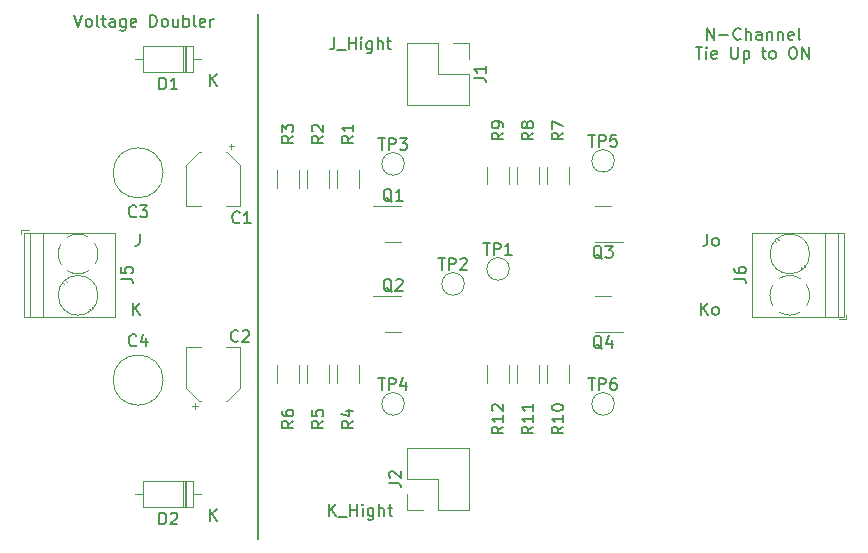
<source format=gbr>
G04 #@! TF.GenerationSoftware,KiCad,Pcbnew,6.0.1-79c1e3a40b~116~ubuntu21.10.1*
G04 #@! TF.CreationDate,2022-01-27T12:33:21+01:00*
G04 #@! TF.ProjectId,AbcTestBoard,41626354-6573-4744-926f-6172642e6b69,rev?*
G04 #@! TF.SameCoordinates,Original*
G04 #@! TF.FileFunction,Legend,Top*
G04 #@! TF.FilePolarity,Positive*
%FSLAX46Y46*%
G04 Gerber Fmt 4.6, Leading zero omitted, Abs format (unit mm)*
G04 Created by KiCad (PCBNEW 6.0.1-79c1e3a40b~116~ubuntu21.10.1) date 2022-01-27 12:33:21*
%MOMM*%
%LPD*%
G01*
G04 APERTURE LIST*
%ADD10C,0.150000*%
%ADD11C,0.120000*%
%ADD12R,1.700000X1.700000*%
%ADD13O,1.700000X1.700000*%
%ADD14C,1.200000*%
%ADD15C,1.500000*%
%ADD16R,2.400000X2.400000*%
%ADD17C,2.400000*%
%ADD18R,1.600000X1.600000*%
%ADD19O,1.600000X1.600000*%
G04 APERTURE END LIST*
D10*
X59690000Y-63500000D02*
X59690000Y-107950000D01*
X97695238Y-65687380D02*
X97695238Y-64687380D01*
X98266666Y-65687380D01*
X98266666Y-64687380D01*
X98742857Y-65306428D02*
X99504761Y-65306428D01*
X100552380Y-65592142D02*
X100504761Y-65639761D01*
X100361904Y-65687380D01*
X100266666Y-65687380D01*
X100123809Y-65639761D01*
X100028571Y-65544523D01*
X99980952Y-65449285D01*
X99933333Y-65258809D01*
X99933333Y-65115952D01*
X99980952Y-64925476D01*
X100028571Y-64830238D01*
X100123809Y-64735000D01*
X100266666Y-64687380D01*
X100361904Y-64687380D01*
X100504761Y-64735000D01*
X100552380Y-64782619D01*
X100980952Y-65687380D02*
X100980952Y-64687380D01*
X101409523Y-65687380D02*
X101409523Y-65163571D01*
X101361904Y-65068333D01*
X101266666Y-65020714D01*
X101123809Y-65020714D01*
X101028571Y-65068333D01*
X100980952Y-65115952D01*
X102314285Y-65687380D02*
X102314285Y-65163571D01*
X102266666Y-65068333D01*
X102171428Y-65020714D01*
X101980952Y-65020714D01*
X101885714Y-65068333D01*
X102314285Y-65639761D02*
X102219047Y-65687380D01*
X101980952Y-65687380D01*
X101885714Y-65639761D01*
X101838095Y-65544523D01*
X101838095Y-65449285D01*
X101885714Y-65354047D01*
X101980952Y-65306428D01*
X102219047Y-65306428D01*
X102314285Y-65258809D01*
X102790476Y-65020714D02*
X102790476Y-65687380D01*
X102790476Y-65115952D02*
X102838095Y-65068333D01*
X102933333Y-65020714D01*
X103076190Y-65020714D01*
X103171428Y-65068333D01*
X103219047Y-65163571D01*
X103219047Y-65687380D01*
X103695238Y-65020714D02*
X103695238Y-65687380D01*
X103695238Y-65115952D02*
X103742857Y-65068333D01*
X103838095Y-65020714D01*
X103980952Y-65020714D01*
X104076190Y-65068333D01*
X104123809Y-65163571D01*
X104123809Y-65687380D01*
X104980952Y-65639761D02*
X104885714Y-65687380D01*
X104695238Y-65687380D01*
X104600000Y-65639761D01*
X104552380Y-65544523D01*
X104552380Y-65163571D01*
X104600000Y-65068333D01*
X104695238Y-65020714D01*
X104885714Y-65020714D01*
X104980952Y-65068333D01*
X105028571Y-65163571D01*
X105028571Y-65258809D01*
X104552380Y-65354047D01*
X105600000Y-65687380D02*
X105504761Y-65639761D01*
X105457142Y-65544523D01*
X105457142Y-64687380D01*
X96742857Y-66297380D02*
X97314285Y-66297380D01*
X97028571Y-67297380D02*
X97028571Y-66297380D01*
X97647619Y-67297380D02*
X97647619Y-66630714D01*
X97647619Y-66297380D02*
X97600000Y-66345000D01*
X97647619Y-66392619D01*
X97695238Y-66345000D01*
X97647619Y-66297380D01*
X97647619Y-66392619D01*
X98504761Y-67249761D02*
X98409523Y-67297380D01*
X98219047Y-67297380D01*
X98123809Y-67249761D01*
X98076190Y-67154523D01*
X98076190Y-66773571D01*
X98123809Y-66678333D01*
X98219047Y-66630714D01*
X98409523Y-66630714D01*
X98504761Y-66678333D01*
X98552380Y-66773571D01*
X98552380Y-66868809D01*
X98076190Y-66964047D01*
X99742857Y-66297380D02*
X99742857Y-67106904D01*
X99790476Y-67202142D01*
X99838095Y-67249761D01*
X99933333Y-67297380D01*
X100123809Y-67297380D01*
X100219047Y-67249761D01*
X100266666Y-67202142D01*
X100314285Y-67106904D01*
X100314285Y-66297380D01*
X100790476Y-66630714D02*
X100790476Y-67630714D01*
X100790476Y-66678333D02*
X100885714Y-66630714D01*
X101076190Y-66630714D01*
X101171428Y-66678333D01*
X101219047Y-66725952D01*
X101266666Y-66821190D01*
X101266666Y-67106904D01*
X101219047Y-67202142D01*
X101171428Y-67249761D01*
X101076190Y-67297380D01*
X100885714Y-67297380D01*
X100790476Y-67249761D01*
X102314285Y-66630714D02*
X102695238Y-66630714D01*
X102457142Y-66297380D02*
X102457142Y-67154523D01*
X102504761Y-67249761D01*
X102600000Y-67297380D01*
X102695238Y-67297380D01*
X103171428Y-67297380D02*
X103076190Y-67249761D01*
X103028571Y-67202142D01*
X102980952Y-67106904D01*
X102980952Y-66821190D01*
X103028571Y-66725952D01*
X103076190Y-66678333D01*
X103171428Y-66630714D01*
X103314285Y-66630714D01*
X103409523Y-66678333D01*
X103457142Y-66725952D01*
X103504761Y-66821190D01*
X103504761Y-67106904D01*
X103457142Y-67202142D01*
X103409523Y-67249761D01*
X103314285Y-67297380D01*
X103171428Y-67297380D01*
X104885714Y-66297380D02*
X105076190Y-66297380D01*
X105171428Y-66345000D01*
X105266666Y-66440238D01*
X105314285Y-66630714D01*
X105314285Y-66964047D01*
X105266666Y-67154523D01*
X105171428Y-67249761D01*
X105076190Y-67297380D01*
X104885714Y-67297380D01*
X104790476Y-67249761D01*
X104695238Y-67154523D01*
X104647619Y-66964047D01*
X104647619Y-66630714D01*
X104695238Y-66440238D01*
X104790476Y-66345000D01*
X104885714Y-66297380D01*
X105742857Y-67297380D02*
X105742857Y-66297380D01*
X106314285Y-67297380D01*
X106314285Y-66297380D01*
X66135523Y-65492380D02*
X66135523Y-66206666D01*
X66087904Y-66349523D01*
X65992666Y-66444761D01*
X65849809Y-66492380D01*
X65754571Y-66492380D01*
X66373619Y-66587619D02*
X67135523Y-66587619D01*
X67373619Y-66492380D02*
X67373619Y-65492380D01*
X67373619Y-65968571D02*
X67945047Y-65968571D01*
X67945047Y-66492380D02*
X67945047Y-65492380D01*
X68421238Y-66492380D02*
X68421238Y-65825714D01*
X68421238Y-65492380D02*
X68373619Y-65540000D01*
X68421238Y-65587619D01*
X68468857Y-65540000D01*
X68421238Y-65492380D01*
X68421238Y-65587619D01*
X69326000Y-65825714D02*
X69326000Y-66635238D01*
X69278380Y-66730476D01*
X69230761Y-66778095D01*
X69135523Y-66825714D01*
X68992666Y-66825714D01*
X68897428Y-66778095D01*
X69326000Y-66444761D02*
X69230761Y-66492380D01*
X69040285Y-66492380D01*
X68945047Y-66444761D01*
X68897428Y-66397142D01*
X68849809Y-66301904D01*
X68849809Y-66016190D01*
X68897428Y-65920952D01*
X68945047Y-65873333D01*
X69040285Y-65825714D01*
X69230761Y-65825714D01*
X69326000Y-65873333D01*
X69802190Y-66492380D02*
X69802190Y-65492380D01*
X70230761Y-66492380D02*
X70230761Y-65968571D01*
X70183142Y-65873333D01*
X70087904Y-65825714D01*
X69945047Y-65825714D01*
X69849809Y-65873333D01*
X69802190Y-65920952D01*
X70564095Y-65825714D02*
X70945047Y-65825714D01*
X70706952Y-65492380D02*
X70706952Y-66349523D01*
X70754571Y-66444761D01*
X70849809Y-66492380D01*
X70945047Y-66492380D01*
X44133238Y-63587380D02*
X44466571Y-64587380D01*
X44799904Y-63587380D01*
X45276095Y-64587380D02*
X45180857Y-64539761D01*
X45133238Y-64492142D01*
X45085619Y-64396904D01*
X45085619Y-64111190D01*
X45133238Y-64015952D01*
X45180857Y-63968333D01*
X45276095Y-63920714D01*
X45418952Y-63920714D01*
X45514190Y-63968333D01*
X45561809Y-64015952D01*
X45609428Y-64111190D01*
X45609428Y-64396904D01*
X45561809Y-64492142D01*
X45514190Y-64539761D01*
X45418952Y-64587380D01*
X45276095Y-64587380D01*
X46180857Y-64587380D02*
X46085619Y-64539761D01*
X46038000Y-64444523D01*
X46038000Y-63587380D01*
X46418952Y-63920714D02*
X46799904Y-63920714D01*
X46561809Y-63587380D02*
X46561809Y-64444523D01*
X46609428Y-64539761D01*
X46704666Y-64587380D01*
X46799904Y-64587380D01*
X47561809Y-64587380D02*
X47561809Y-64063571D01*
X47514190Y-63968333D01*
X47418952Y-63920714D01*
X47228476Y-63920714D01*
X47133238Y-63968333D01*
X47561809Y-64539761D02*
X47466571Y-64587380D01*
X47228476Y-64587380D01*
X47133238Y-64539761D01*
X47085619Y-64444523D01*
X47085619Y-64349285D01*
X47133238Y-64254047D01*
X47228476Y-64206428D01*
X47466571Y-64206428D01*
X47561809Y-64158809D01*
X48466571Y-63920714D02*
X48466571Y-64730238D01*
X48418952Y-64825476D01*
X48371333Y-64873095D01*
X48276095Y-64920714D01*
X48133238Y-64920714D01*
X48038000Y-64873095D01*
X48466571Y-64539761D02*
X48371333Y-64587380D01*
X48180857Y-64587380D01*
X48085619Y-64539761D01*
X48038000Y-64492142D01*
X47990380Y-64396904D01*
X47990380Y-64111190D01*
X48038000Y-64015952D01*
X48085619Y-63968333D01*
X48180857Y-63920714D01*
X48371333Y-63920714D01*
X48466571Y-63968333D01*
X49323714Y-64539761D02*
X49228476Y-64587380D01*
X49038000Y-64587380D01*
X48942761Y-64539761D01*
X48895142Y-64444523D01*
X48895142Y-64063571D01*
X48942761Y-63968333D01*
X49038000Y-63920714D01*
X49228476Y-63920714D01*
X49323714Y-63968333D01*
X49371333Y-64063571D01*
X49371333Y-64158809D01*
X48895142Y-64254047D01*
X50561809Y-64587380D02*
X50561809Y-63587380D01*
X50799904Y-63587380D01*
X50942761Y-63635000D01*
X51038000Y-63730238D01*
X51085619Y-63825476D01*
X51133238Y-64015952D01*
X51133238Y-64158809D01*
X51085619Y-64349285D01*
X51038000Y-64444523D01*
X50942761Y-64539761D01*
X50799904Y-64587380D01*
X50561809Y-64587380D01*
X51704666Y-64587380D02*
X51609428Y-64539761D01*
X51561809Y-64492142D01*
X51514190Y-64396904D01*
X51514190Y-64111190D01*
X51561809Y-64015952D01*
X51609428Y-63968333D01*
X51704666Y-63920714D01*
X51847523Y-63920714D01*
X51942761Y-63968333D01*
X51990380Y-64015952D01*
X52038000Y-64111190D01*
X52038000Y-64396904D01*
X51990380Y-64492142D01*
X51942761Y-64539761D01*
X51847523Y-64587380D01*
X51704666Y-64587380D01*
X52895142Y-63920714D02*
X52895142Y-64587380D01*
X52466571Y-63920714D02*
X52466571Y-64444523D01*
X52514190Y-64539761D01*
X52609428Y-64587380D01*
X52752285Y-64587380D01*
X52847523Y-64539761D01*
X52895142Y-64492142D01*
X53371333Y-64587380D02*
X53371333Y-63587380D01*
X53371333Y-63968333D02*
X53466571Y-63920714D01*
X53657047Y-63920714D01*
X53752285Y-63968333D01*
X53799904Y-64015952D01*
X53847523Y-64111190D01*
X53847523Y-64396904D01*
X53799904Y-64492142D01*
X53752285Y-64539761D01*
X53657047Y-64587380D01*
X53466571Y-64587380D01*
X53371333Y-64539761D01*
X54418952Y-64587380D02*
X54323714Y-64539761D01*
X54276095Y-64444523D01*
X54276095Y-63587380D01*
X55180857Y-64539761D02*
X55085619Y-64587380D01*
X54895142Y-64587380D01*
X54799904Y-64539761D01*
X54752285Y-64444523D01*
X54752285Y-64063571D01*
X54799904Y-63968333D01*
X54895142Y-63920714D01*
X55085619Y-63920714D01*
X55180857Y-63968333D01*
X55228476Y-64063571D01*
X55228476Y-64158809D01*
X54752285Y-64254047D01*
X55657047Y-64587380D02*
X55657047Y-63920714D01*
X55657047Y-64111190D02*
X55704666Y-64015952D01*
X55752285Y-63968333D01*
X55847523Y-63920714D01*
X55942761Y-63920714D01*
X65730761Y-105989380D02*
X65730761Y-104989380D01*
X66302190Y-105989380D02*
X65873619Y-105417952D01*
X66302190Y-104989380D02*
X65730761Y-105560809D01*
X66492666Y-106084619D02*
X67254571Y-106084619D01*
X67492666Y-105989380D02*
X67492666Y-104989380D01*
X67492666Y-105465571D02*
X68064095Y-105465571D01*
X68064095Y-105989380D02*
X68064095Y-104989380D01*
X68540285Y-105989380D02*
X68540285Y-105322714D01*
X68540285Y-104989380D02*
X68492666Y-105037000D01*
X68540285Y-105084619D01*
X68587904Y-105037000D01*
X68540285Y-104989380D01*
X68540285Y-105084619D01*
X69445047Y-105322714D02*
X69445047Y-106132238D01*
X69397428Y-106227476D01*
X69349809Y-106275095D01*
X69254571Y-106322714D01*
X69111714Y-106322714D01*
X69016476Y-106275095D01*
X69445047Y-105941761D02*
X69349809Y-105989380D01*
X69159333Y-105989380D01*
X69064095Y-105941761D01*
X69016476Y-105894142D01*
X68968857Y-105798904D01*
X68968857Y-105513190D01*
X69016476Y-105417952D01*
X69064095Y-105370333D01*
X69159333Y-105322714D01*
X69349809Y-105322714D01*
X69445047Y-105370333D01*
X69921238Y-105989380D02*
X69921238Y-104989380D01*
X70349809Y-105989380D02*
X70349809Y-105465571D01*
X70302190Y-105370333D01*
X70206952Y-105322714D01*
X70064095Y-105322714D01*
X69968857Y-105370333D01*
X69921238Y-105417952D01*
X70683142Y-105322714D02*
X71064095Y-105322714D01*
X70826000Y-104989380D02*
X70826000Y-105846523D01*
X70873619Y-105941761D01*
X70968857Y-105989380D01*
X71064095Y-105989380D01*
X97202714Y-88971380D02*
X97202714Y-87971380D01*
X97774142Y-88971380D02*
X97345571Y-88399952D01*
X97774142Y-87971380D02*
X97202714Y-88542809D01*
X98345571Y-88971380D02*
X98250333Y-88923761D01*
X98202714Y-88876142D01*
X98155095Y-88780904D01*
X98155095Y-88495190D01*
X98202714Y-88399952D01*
X98250333Y-88352333D01*
X98345571Y-88304714D01*
X98488428Y-88304714D01*
X98583666Y-88352333D01*
X98631285Y-88399952D01*
X98678904Y-88495190D01*
X98678904Y-88780904D01*
X98631285Y-88876142D01*
X98583666Y-88923761D01*
X98488428Y-88971380D01*
X98345571Y-88971380D01*
X49141095Y-88971380D02*
X49141095Y-87971380D01*
X49712523Y-88971380D02*
X49283952Y-88399952D01*
X49712523Y-87971380D02*
X49141095Y-88542809D01*
X97734476Y-82129380D02*
X97734476Y-82843666D01*
X97686857Y-82986523D01*
X97591619Y-83081761D01*
X97448761Y-83129380D01*
X97353523Y-83129380D01*
X98353523Y-83129380D02*
X98258285Y-83081761D01*
X98210666Y-83034142D01*
X98163047Y-82938904D01*
X98163047Y-82653190D01*
X98210666Y-82557952D01*
X98258285Y-82510333D01*
X98353523Y-82462714D01*
X98496380Y-82462714D01*
X98591619Y-82510333D01*
X98639238Y-82557952D01*
X98686857Y-82653190D01*
X98686857Y-82938904D01*
X98639238Y-83034142D01*
X98591619Y-83081761D01*
X98496380Y-83129380D01*
X98353523Y-83129380D01*
X49672857Y-82129380D02*
X49672857Y-82843666D01*
X49625238Y-82986523D01*
X49530000Y-83081761D01*
X49387142Y-83129380D01*
X49291904Y-83129380D01*
X70777380Y-103208333D02*
X71491666Y-103208333D01*
X71634523Y-103255952D01*
X71729761Y-103351190D01*
X71777380Y-103494047D01*
X71777380Y-103589285D01*
X70872619Y-102779761D02*
X70825000Y-102732142D01*
X70777380Y-102636904D01*
X70777380Y-102398809D01*
X70825000Y-102303571D01*
X70872619Y-102255952D01*
X70967857Y-102208333D01*
X71063095Y-102208333D01*
X71205952Y-102255952D01*
X71777380Y-102827380D01*
X71777380Y-102208333D01*
X80462380Y-73546666D02*
X79986190Y-73880000D01*
X80462380Y-74118095D02*
X79462380Y-74118095D01*
X79462380Y-73737142D01*
X79510000Y-73641904D01*
X79557619Y-73594285D01*
X79652857Y-73546666D01*
X79795714Y-73546666D01*
X79890952Y-73594285D01*
X79938571Y-73641904D01*
X79986190Y-73737142D01*
X79986190Y-74118095D01*
X80462380Y-73070476D02*
X80462380Y-72880000D01*
X80414761Y-72784761D01*
X80367142Y-72737142D01*
X80224285Y-72641904D01*
X80033809Y-72594285D01*
X79652857Y-72594285D01*
X79557619Y-72641904D01*
X79510000Y-72689523D01*
X79462380Y-72784761D01*
X79462380Y-72975238D01*
X79510000Y-73070476D01*
X79557619Y-73118095D01*
X79652857Y-73165714D01*
X79890952Y-73165714D01*
X79986190Y-73118095D01*
X80033809Y-73070476D01*
X80081428Y-72975238D01*
X80081428Y-72784761D01*
X80033809Y-72689523D01*
X79986190Y-72641904D01*
X79890952Y-72594285D01*
X67762380Y-97956666D02*
X67286190Y-98290000D01*
X67762380Y-98528095D02*
X66762380Y-98528095D01*
X66762380Y-98147142D01*
X66810000Y-98051904D01*
X66857619Y-98004285D01*
X66952857Y-97956666D01*
X67095714Y-97956666D01*
X67190952Y-98004285D01*
X67238571Y-98051904D01*
X67286190Y-98147142D01*
X67286190Y-98528095D01*
X67095714Y-97099523D02*
X67762380Y-97099523D01*
X66714761Y-97337619D02*
X67429047Y-97575714D01*
X67429047Y-96956666D01*
X67762380Y-73826666D02*
X67286190Y-74160000D01*
X67762380Y-74398095D02*
X66762380Y-74398095D01*
X66762380Y-74017142D01*
X66810000Y-73921904D01*
X66857619Y-73874285D01*
X66952857Y-73826666D01*
X67095714Y-73826666D01*
X67190952Y-73874285D01*
X67238571Y-73921904D01*
X67286190Y-74017142D01*
X67286190Y-74398095D01*
X67762380Y-72874285D02*
X67762380Y-73445714D01*
X67762380Y-73160000D02*
X66762380Y-73160000D01*
X66905238Y-73255238D01*
X67000476Y-73350476D01*
X67048095Y-73445714D01*
X49363333Y-91543142D02*
X49315714Y-91590761D01*
X49172857Y-91638380D01*
X49077619Y-91638380D01*
X48934761Y-91590761D01*
X48839523Y-91495523D01*
X48791904Y-91400285D01*
X48744285Y-91209809D01*
X48744285Y-91066952D01*
X48791904Y-90876476D01*
X48839523Y-90781238D01*
X48934761Y-90686000D01*
X49077619Y-90638380D01*
X49172857Y-90638380D01*
X49315714Y-90686000D01*
X49363333Y-90733619D01*
X50220476Y-90971714D02*
X50220476Y-91638380D01*
X49982380Y-90590761D02*
X49744285Y-91305047D01*
X50363333Y-91305047D01*
X87638095Y-94324380D02*
X88209523Y-94324380D01*
X87923809Y-95324380D02*
X87923809Y-94324380D01*
X88542857Y-95324380D02*
X88542857Y-94324380D01*
X88923809Y-94324380D01*
X89019047Y-94372000D01*
X89066666Y-94419619D01*
X89114285Y-94514857D01*
X89114285Y-94657714D01*
X89066666Y-94752952D01*
X89019047Y-94800571D01*
X88923809Y-94848190D01*
X88542857Y-94848190D01*
X89971428Y-94324380D02*
X89780952Y-94324380D01*
X89685714Y-94372000D01*
X89638095Y-94419619D01*
X89542857Y-94562476D01*
X89495238Y-94752952D01*
X89495238Y-95133904D01*
X89542857Y-95229142D01*
X89590476Y-95276761D01*
X89685714Y-95324380D01*
X89876190Y-95324380D01*
X89971428Y-95276761D01*
X90019047Y-95229142D01*
X90066666Y-95133904D01*
X90066666Y-94895809D01*
X90019047Y-94800571D01*
X89971428Y-94752952D01*
X89876190Y-94705333D01*
X89685714Y-94705333D01*
X89590476Y-94752952D01*
X89542857Y-94800571D01*
X89495238Y-94895809D01*
X48062380Y-85903333D02*
X48776666Y-85903333D01*
X48919523Y-85950952D01*
X49014761Y-86046190D01*
X49062380Y-86189047D01*
X49062380Y-86284285D01*
X48062380Y-84950952D02*
X48062380Y-85427142D01*
X48538571Y-85474761D01*
X48490952Y-85427142D01*
X48443333Y-85331904D01*
X48443333Y-85093809D01*
X48490952Y-84998571D01*
X48538571Y-84950952D01*
X48633809Y-84903333D01*
X48871904Y-84903333D01*
X48967142Y-84950952D01*
X49014761Y-84998571D01*
X49062380Y-85093809D01*
X49062380Y-85331904D01*
X49014761Y-85427142D01*
X48967142Y-85474761D01*
X69858095Y-94324380D02*
X70429523Y-94324380D01*
X70143809Y-95324380D02*
X70143809Y-94324380D01*
X70762857Y-95324380D02*
X70762857Y-94324380D01*
X71143809Y-94324380D01*
X71239047Y-94372000D01*
X71286666Y-94419619D01*
X71334285Y-94514857D01*
X71334285Y-94657714D01*
X71286666Y-94752952D01*
X71239047Y-94800571D01*
X71143809Y-94848190D01*
X70762857Y-94848190D01*
X72191428Y-94657714D02*
X72191428Y-95324380D01*
X71953333Y-94276761D02*
X71715238Y-94991047D01*
X72334285Y-94991047D01*
X88804761Y-84227619D02*
X88709523Y-84180000D01*
X88614285Y-84084761D01*
X88471428Y-83941904D01*
X88376190Y-83894285D01*
X88280952Y-83894285D01*
X88328571Y-84132380D02*
X88233333Y-84084761D01*
X88138095Y-83989523D01*
X88090476Y-83799047D01*
X88090476Y-83465714D01*
X88138095Y-83275238D01*
X88233333Y-83180000D01*
X88328571Y-83132380D01*
X88519047Y-83132380D01*
X88614285Y-83180000D01*
X88709523Y-83275238D01*
X88757142Y-83465714D01*
X88757142Y-83799047D01*
X88709523Y-83989523D01*
X88614285Y-84084761D01*
X88519047Y-84132380D01*
X88328571Y-84132380D01*
X89090476Y-83132380D02*
X89709523Y-83132380D01*
X89376190Y-83513333D01*
X89519047Y-83513333D01*
X89614285Y-83560952D01*
X89661904Y-83608571D01*
X89709523Y-83703809D01*
X89709523Y-83941904D01*
X89661904Y-84037142D01*
X89614285Y-84084761D01*
X89519047Y-84132380D01*
X89233333Y-84132380D01*
X89138095Y-84084761D01*
X89090476Y-84037142D01*
X78748095Y-82894380D02*
X79319523Y-82894380D01*
X79033809Y-83894380D02*
X79033809Y-82894380D01*
X79652857Y-83894380D02*
X79652857Y-82894380D01*
X80033809Y-82894380D01*
X80129047Y-82942000D01*
X80176666Y-82989619D01*
X80224285Y-83084857D01*
X80224285Y-83227714D01*
X80176666Y-83322952D01*
X80129047Y-83370571D01*
X80033809Y-83418190D01*
X79652857Y-83418190D01*
X81176666Y-83894380D02*
X80605238Y-83894380D01*
X80890952Y-83894380D02*
X80890952Y-82894380D01*
X80795714Y-83037238D01*
X80700476Y-83132476D01*
X80605238Y-83180095D01*
X74938095Y-84164380D02*
X75509523Y-84164380D01*
X75223809Y-85164380D02*
X75223809Y-84164380D01*
X75842857Y-85164380D02*
X75842857Y-84164380D01*
X76223809Y-84164380D01*
X76319047Y-84212000D01*
X76366666Y-84259619D01*
X76414285Y-84354857D01*
X76414285Y-84497714D01*
X76366666Y-84592952D01*
X76319047Y-84640571D01*
X76223809Y-84688190D01*
X75842857Y-84688190D01*
X76795238Y-84259619D02*
X76842857Y-84212000D01*
X76938095Y-84164380D01*
X77176190Y-84164380D01*
X77271428Y-84212000D01*
X77319047Y-84259619D01*
X77366666Y-84354857D01*
X77366666Y-84450095D01*
X77319047Y-84592952D01*
X76747619Y-85164380D01*
X77366666Y-85164380D01*
X57999333Y-91162142D02*
X57951714Y-91209761D01*
X57808857Y-91257380D01*
X57713619Y-91257380D01*
X57570761Y-91209761D01*
X57475523Y-91114523D01*
X57427904Y-91019285D01*
X57380285Y-90828809D01*
X57380285Y-90685952D01*
X57427904Y-90495476D01*
X57475523Y-90400238D01*
X57570761Y-90305000D01*
X57713619Y-90257380D01*
X57808857Y-90257380D01*
X57951714Y-90305000D01*
X57999333Y-90352619D01*
X58380285Y-90352619D02*
X58427904Y-90305000D01*
X58523142Y-90257380D01*
X58761238Y-90257380D01*
X58856476Y-90305000D01*
X58904095Y-90352619D01*
X58951714Y-90447857D01*
X58951714Y-90543095D01*
X58904095Y-90685952D01*
X58332666Y-91257380D01*
X58951714Y-91257380D01*
X62682380Y-97956666D02*
X62206190Y-98290000D01*
X62682380Y-98528095D02*
X61682380Y-98528095D01*
X61682380Y-98147142D01*
X61730000Y-98051904D01*
X61777619Y-98004285D01*
X61872857Y-97956666D01*
X62015714Y-97956666D01*
X62110952Y-98004285D01*
X62158571Y-98051904D01*
X62206190Y-98147142D01*
X62206190Y-98528095D01*
X61682380Y-97099523D02*
X61682380Y-97290000D01*
X61730000Y-97385238D01*
X61777619Y-97432857D01*
X61920476Y-97528095D01*
X62110952Y-97575714D01*
X62491904Y-97575714D01*
X62587142Y-97528095D01*
X62634761Y-97480476D01*
X62682380Y-97385238D01*
X62682380Y-97194761D01*
X62634761Y-97099523D01*
X62587142Y-97051904D01*
X62491904Y-97004285D01*
X62253809Y-97004285D01*
X62158571Y-97051904D01*
X62110952Y-97099523D01*
X62063333Y-97194761D01*
X62063333Y-97385238D01*
X62110952Y-97480476D01*
X62158571Y-97528095D01*
X62253809Y-97575714D01*
X65222380Y-73826666D02*
X64746190Y-74160000D01*
X65222380Y-74398095D02*
X64222380Y-74398095D01*
X64222380Y-74017142D01*
X64270000Y-73921904D01*
X64317619Y-73874285D01*
X64412857Y-73826666D01*
X64555714Y-73826666D01*
X64650952Y-73874285D01*
X64698571Y-73921904D01*
X64746190Y-74017142D01*
X64746190Y-74398095D01*
X64317619Y-73445714D02*
X64270000Y-73398095D01*
X64222380Y-73302857D01*
X64222380Y-73064761D01*
X64270000Y-72969523D01*
X64317619Y-72921904D01*
X64412857Y-72874285D01*
X64508095Y-72874285D01*
X64650952Y-72921904D01*
X65222380Y-73493333D01*
X65222380Y-72874285D01*
X71024761Y-79427619D02*
X70929523Y-79380000D01*
X70834285Y-79284761D01*
X70691428Y-79141904D01*
X70596190Y-79094285D01*
X70500952Y-79094285D01*
X70548571Y-79332380D02*
X70453333Y-79284761D01*
X70358095Y-79189523D01*
X70310476Y-78999047D01*
X70310476Y-78665714D01*
X70358095Y-78475238D01*
X70453333Y-78380000D01*
X70548571Y-78332380D01*
X70739047Y-78332380D01*
X70834285Y-78380000D01*
X70929523Y-78475238D01*
X70977142Y-78665714D01*
X70977142Y-78999047D01*
X70929523Y-79189523D01*
X70834285Y-79284761D01*
X70739047Y-79332380D01*
X70548571Y-79332380D01*
X71929523Y-79332380D02*
X71358095Y-79332380D01*
X71643809Y-79332380D02*
X71643809Y-78332380D01*
X71548571Y-78475238D01*
X71453333Y-78570476D01*
X71358095Y-78618095D01*
X51331904Y-69882380D02*
X51331904Y-68882380D01*
X51570000Y-68882380D01*
X51712857Y-68930000D01*
X51808095Y-69025238D01*
X51855714Y-69120476D01*
X51903333Y-69310952D01*
X51903333Y-69453809D01*
X51855714Y-69644285D01*
X51808095Y-69739523D01*
X51712857Y-69834761D01*
X51570000Y-69882380D01*
X51331904Y-69882380D01*
X52855714Y-69882380D02*
X52284285Y-69882380D01*
X52570000Y-69882380D02*
X52570000Y-68882380D01*
X52474761Y-69025238D01*
X52379523Y-69120476D01*
X52284285Y-69168095D01*
X55618095Y-69562380D02*
X55618095Y-68562380D01*
X56189523Y-69562380D02*
X55760952Y-68990952D01*
X56189523Y-68562380D02*
X55618095Y-69133809D01*
X62682380Y-73826666D02*
X62206190Y-74160000D01*
X62682380Y-74398095D02*
X61682380Y-74398095D01*
X61682380Y-74017142D01*
X61730000Y-73921904D01*
X61777619Y-73874285D01*
X61872857Y-73826666D01*
X62015714Y-73826666D01*
X62110952Y-73874285D01*
X62158571Y-73921904D01*
X62206190Y-74017142D01*
X62206190Y-74398095D01*
X61682380Y-73493333D02*
X61682380Y-72874285D01*
X62063333Y-73207619D01*
X62063333Y-73064761D01*
X62110952Y-72969523D01*
X62158571Y-72921904D01*
X62253809Y-72874285D01*
X62491904Y-72874285D01*
X62587142Y-72921904D01*
X62634761Y-72969523D01*
X62682380Y-73064761D01*
X62682380Y-73350476D01*
X62634761Y-73445714D01*
X62587142Y-73493333D01*
X77982380Y-68908333D02*
X78696666Y-68908333D01*
X78839523Y-68955952D01*
X78934761Y-69051190D01*
X78982380Y-69194047D01*
X78982380Y-69289285D01*
X78982380Y-67908333D02*
X78982380Y-68479761D01*
X78982380Y-68194047D02*
X77982380Y-68194047D01*
X78125238Y-68289285D01*
X78220476Y-68384523D01*
X78268095Y-68479761D01*
X65222380Y-97956666D02*
X64746190Y-98290000D01*
X65222380Y-98528095D02*
X64222380Y-98528095D01*
X64222380Y-98147142D01*
X64270000Y-98051904D01*
X64317619Y-98004285D01*
X64412857Y-97956666D01*
X64555714Y-97956666D01*
X64650952Y-98004285D01*
X64698571Y-98051904D01*
X64746190Y-98147142D01*
X64746190Y-98528095D01*
X64222380Y-97051904D02*
X64222380Y-97528095D01*
X64698571Y-97575714D01*
X64650952Y-97528095D01*
X64603333Y-97432857D01*
X64603333Y-97194761D01*
X64650952Y-97099523D01*
X64698571Y-97051904D01*
X64793809Y-97004285D01*
X65031904Y-97004285D01*
X65127142Y-97051904D01*
X65174761Y-97099523D01*
X65222380Y-97194761D01*
X65222380Y-97432857D01*
X65174761Y-97528095D01*
X65127142Y-97575714D01*
X85542380Y-98432857D02*
X85066190Y-98766190D01*
X85542380Y-99004285D02*
X84542380Y-99004285D01*
X84542380Y-98623333D01*
X84590000Y-98528095D01*
X84637619Y-98480476D01*
X84732857Y-98432857D01*
X84875714Y-98432857D01*
X84970952Y-98480476D01*
X85018571Y-98528095D01*
X85066190Y-98623333D01*
X85066190Y-99004285D01*
X85542380Y-97480476D02*
X85542380Y-98051904D01*
X85542380Y-97766190D02*
X84542380Y-97766190D01*
X84685238Y-97861428D01*
X84780476Y-97956666D01*
X84828095Y-98051904D01*
X84542380Y-96861428D02*
X84542380Y-96766190D01*
X84590000Y-96670952D01*
X84637619Y-96623333D01*
X84732857Y-96575714D01*
X84923333Y-96528095D01*
X85161428Y-96528095D01*
X85351904Y-96575714D01*
X85447142Y-96623333D01*
X85494761Y-96670952D01*
X85542380Y-96766190D01*
X85542380Y-96861428D01*
X85494761Y-96956666D01*
X85447142Y-97004285D01*
X85351904Y-97051904D01*
X85161428Y-97099523D01*
X84923333Y-97099523D01*
X84732857Y-97051904D01*
X84637619Y-97004285D01*
X84590000Y-96956666D01*
X84542380Y-96861428D01*
X100002380Y-85903333D02*
X100716666Y-85903333D01*
X100859523Y-85950952D01*
X100954761Y-86046190D01*
X101002380Y-86189047D01*
X101002380Y-86284285D01*
X100002380Y-84998571D02*
X100002380Y-85189047D01*
X100050000Y-85284285D01*
X100097619Y-85331904D01*
X100240476Y-85427142D01*
X100430952Y-85474761D01*
X100811904Y-85474761D01*
X100907142Y-85427142D01*
X100954761Y-85379523D01*
X101002380Y-85284285D01*
X101002380Y-85093809D01*
X100954761Y-84998571D01*
X100907142Y-84950952D01*
X100811904Y-84903333D01*
X100573809Y-84903333D01*
X100478571Y-84950952D01*
X100430952Y-84998571D01*
X100383333Y-85093809D01*
X100383333Y-85284285D01*
X100430952Y-85379523D01*
X100478571Y-85427142D01*
X100573809Y-85474761D01*
X83002380Y-73546666D02*
X82526190Y-73880000D01*
X83002380Y-74118095D02*
X82002380Y-74118095D01*
X82002380Y-73737142D01*
X82050000Y-73641904D01*
X82097619Y-73594285D01*
X82192857Y-73546666D01*
X82335714Y-73546666D01*
X82430952Y-73594285D01*
X82478571Y-73641904D01*
X82526190Y-73737142D01*
X82526190Y-74118095D01*
X82430952Y-72975238D02*
X82383333Y-73070476D01*
X82335714Y-73118095D01*
X82240476Y-73165714D01*
X82192857Y-73165714D01*
X82097619Y-73118095D01*
X82050000Y-73070476D01*
X82002380Y-72975238D01*
X82002380Y-72784761D01*
X82050000Y-72689523D01*
X82097619Y-72641904D01*
X82192857Y-72594285D01*
X82240476Y-72594285D01*
X82335714Y-72641904D01*
X82383333Y-72689523D01*
X82430952Y-72784761D01*
X82430952Y-72975238D01*
X82478571Y-73070476D01*
X82526190Y-73118095D01*
X82621428Y-73165714D01*
X82811904Y-73165714D01*
X82907142Y-73118095D01*
X82954761Y-73070476D01*
X83002380Y-72975238D01*
X83002380Y-72784761D01*
X82954761Y-72689523D01*
X82907142Y-72641904D01*
X82811904Y-72594285D01*
X82621428Y-72594285D01*
X82526190Y-72641904D01*
X82478571Y-72689523D01*
X82430952Y-72784761D01*
X83002380Y-98432857D02*
X82526190Y-98766190D01*
X83002380Y-99004285D02*
X82002380Y-99004285D01*
X82002380Y-98623333D01*
X82050000Y-98528095D01*
X82097619Y-98480476D01*
X82192857Y-98432857D01*
X82335714Y-98432857D01*
X82430952Y-98480476D01*
X82478571Y-98528095D01*
X82526190Y-98623333D01*
X82526190Y-99004285D01*
X83002380Y-97480476D02*
X83002380Y-98051904D01*
X83002380Y-97766190D02*
X82002380Y-97766190D01*
X82145238Y-97861428D01*
X82240476Y-97956666D01*
X82288095Y-98051904D01*
X83002380Y-96528095D02*
X83002380Y-97099523D01*
X83002380Y-96813809D02*
X82002380Y-96813809D01*
X82145238Y-96909047D01*
X82240476Y-97004285D01*
X82288095Y-97099523D01*
X87638095Y-73744380D02*
X88209523Y-73744380D01*
X87923809Y-74744380D02*
X87923809Y-73744380D01*
X88542857Y-74744380D02*
X88542857Y-73744380D01*
X88923809Y-73744380D01*
X89019047Y-73792000D01*
X89066666Y-73839619D01*
X89114285Y-73934857D01*
X89114285Y-74077714D01*
X89066666Y-74172952D01*
X89019047Y-74220571D01*
X88923809Y-74268190D01*
X88542857Y-74268190D01*
X90019047Y-73744380D02*
X89542857Y-73744380D01*
X89495238Y-74220571D01*
X89542857Y-74172952D01*
X89638095Y-74125333D01*
X89876190Y-74125333D01*
X89971428Y-74172952D01*
X90019047Y-74220571D01*
X90066666Y-74315809D01*
X90066666Y-74553904D01*
X90019047Y-74649142D01*
X89971428Y-74696761D01*
X89876190Y-74744380D01*
X89638095Y-74744380D01*
X89542857Y-74696761D01*
X89495238Y-74649142D01*
X49363333Y-80621142D02*
X49315714Y-80668761D01*
X49172857Y-80716380D01*
X49077619Y-80716380D01*
X48934761Y-80668761D01*
X48839523Y-80573523D01*
X48791904Y-80478285D01*
X48744285Y-80287809D01*
X48744285Y-80144952D01*
X48791904Y-79954476D01*
X48839523Y-79859238D01*
X48934761Y-79764000D01*
X49077619Y-79716380D01*
X49172857Y-79716380D01*
X49315714Y-79764000D01*
X49363333Y-79811619D01*
X49696666Y-79716380D02*
X50315714Y-79716380D01*
X49982380Y-80097333D01*
X50125238Y-80097333D01*
X50220476Y-80144952D01*
X50268095Y-80192571D01*
X50315714Y-80287809D01*
X50315714Y-80525904D01*
X50268095Y-80621142D01*
X50220476Y-80668761D01*
X50125238Y-80716380D01*
X49839523Y-80716380D01*
X49744285Y-80668761D01*
X49696666Y-80621142D01*
X80462380Y-98432857D02*
X79986190Y-98766190D01*
X80462380Y-99004285D02*
X79462380Y-99004285D01*
X79462380Y-98623333D01*
X79510000Y-98528095D01*
X79557619Y-98480476D01*
X79652857Y-98432857D01*
X79795714Y-98432857D01*
X79890952Y-98480476D01*
X79938571Y-98528095D01*
X79986190Y-98623333D01*
X79986190Y-99004285D01*
X80462380Y-97480476D02*
X80462380Y-98051904D01*
X80462380Y-97766190D02*
X79462380Y-97766190D01*
X79605238Y-97861428D01*
X79700476Y-97956666D01*
X79748095Y-98051904D01*
X79557619Y-97099523D02*
X79510000Y-97051904D01*
X79462380Y-96956666D01*
X79462380Y-96718571D01*
X79510000Y-96623333D01*
X79557619Y-96575714D01*
X79652857Y-96528095D01*
X79748095Y-96528095D01*
X79890952Y-96575714D01*
X80462380Y-97147142D01*
X80462380Y-96528095D01*
X88804761Y-91847619D02*
X88709523Y-91800000D01*
X88614285Y-91704761D01*
X88471428Y-91561904D01*
X88376190Y-91514285D01*
X88280952Y-91514285D01*
X88328571Y-91752380D02*
X88233333Y-91704761D01*
X88138095Y-91609523D01*
X88090476Y-91419047D01*
X88090476Y-91085714D01*
X88138095Y-90895238D01*
X88233333Y-90800000D01*
X88328571Y-90752380D01*
X88519047Y-90752380D01*
X88614285Y-90800000D01*
X88709523Y-90895238D01*
X88757142Y-91085714D01*
X88757142Y-91419047D01*
X88709523Y-91609523D01*
X88614285Y-91704761D01*
X88519047Y-91752380D01*
X88328571Y-91752380D01*
X89614285Y-91085714D02*
X89614285Y-91752380D01*
X89376190Y-90704761D02*
X89138095Y-91419047D01*
X89757142Y-91419047D01*
X71024761Y-87047619D02*
X70929523Y-87000000D01*
X70834285Y-86904761D01*
X70691428Y-86761904D01*
X70596190Y-86714285D01*
X70500952Y-86714285D01*
X70548571Y-86952380D02*
X70453333Y-86904761D01*
X70358095Y-86809523D01*
X70310476Y-86619047D01*
X70310476Y-86285714D01*
X70358095Y-86095238D01*
X70453333Y-86000000D01*
X70548571Y-85952380D01*
X70739047Y-85952380D01*
X70834285Y-86000000D01*
X70929523Y-86095238D01*
X70977142Y-86285714D01*
X70977142Y-86619047D01*
X70929523Y-86809523D01*
X70834285Y-86904761D01*
X70739047Y-86952380D01*
X70548571Y-86952380D01*
X71358095Y-86047619D02*
X71405714Y-86000000D01*
X71500952Y-85952380D01*
X71739047Y-85952380D01*
X71834285Y-86000000D01*
X71881904Y-86047619D01*
X71929523Y-86142857D01*
X71929523Y-86238095D01*
X71881904Y-86380952D01*
X71310476Y-86952380D01*
X71929523Y-86952380D01*
X58126333Y-81129142D02*
X58078714Y-81176761D01*
X57935857Y-81224380D01*
X57840619Y-81224380D01*
X57697761Y-81176761D01*
X57602523Y-81081523D01*
X57554904Y-80986285D01*
X57507285Y-80795809D01*
X57507285Y-80652952D01*
X57554904Y-80462476D01*
X57602523Y-80367238D01*
X57697761Y-80272000D01*
X57840619Y-80224380D01*
X57935857Y-80224380D01*
X58078714Y-80272000D01*
X58126333Y-80319619D01*
X59078714Y-81224380D02*
X58507285Y-81224380D01*
X58793000Y-81224380D02*
X58793000Y-80224380D01*
X58697761Y-80367238D01*
X58602523Y-80462476D01*
X58507285Y-80510095D01*
X51331904Y-106712380D02*
X51331904Y-105712380D01*
X51570000Y-105712380D01*
X51712857Y-105760000D01*
X51808095Y-105855238D01*
X51855714Y-105950476D01*
X51903333Y-106140952D01*
X51903333Y-106283809D01*
X51855714Y-106474285D01*
X51808095Y-106569523D01*
X51712857Y-106664761D01*
X51570000Y-106712380D01*
X51331904Y-106712380D01*
X52284285Y-105807619D02*
X52331904Y-105760000D01*
X52427142Y-105712380D01*
X52665238Y-105712380D01*
X52760476Y-105760000D01*
X52808095Y-105807619D01*
X52855714Y-105902857D01*
X52855714Y-105998095D01*
X52808095Y-106140952D01*
X52236666Y-106712380D01*
X52855714Y-106712380D01*
X55618095Y-106392380D02*
X55618095Y-105392380D01*
X56189523Y-106392380D02*
X55760952Y-105820952D01*
X56189523Y-105392380D02*
X55618095Y-105963809D01*
X85542380Y-73546666D02*
X85066190Y-73880000D01*
X85542380Y-74118095D02*
X84542380Y-74118095D01*
X84542380Y-73737142D01*
X84590000Y-73641904D01*
X84637619Y-73594285D01*
X84732857Y-73546666D01*
X84875714Y-73546666D01*
X84970952Y-73594285D01*
X85018571Y-73641904D01*
X85066190Y-73737142D01*
X85066190Y-74118095D01*
X84542380Y-73213333D02*
X84542380Y-72546666D01*
X85542380Y-72975238D01*
X69858095Y-74004380D02*
X70429523Y-74004380D01*
X70143809Y-75004380D02*
X70143809Y-74004380D01*
X70762857Y-75004380D02*
X70762857Y-74004380D01*
X71143809Y-74004380D01*
X71239047Y-74052000D01*
X71286666Y-74099619D01*
X71334285Y-74194857D01*
X71334285Y-74337714D01*
X71286666Y-74432952D01*
X71239047Y-74480571D01*
X71143809Y-74528190D01*
X70762857Y-74528190D01*
X71667619Y-74004380D02*
X72286666Y-74004380D01*
X71953333Y-74385333D01*
X72096190Y-74385333D01*
X72191428Y-74432952D01*
X72239047Y-74480571D01*
X72286666Y-74575809D01*
X72286666Y-74813904D01*
X72239047Y-74909142D01*
X72191428Y-74956761D01*
X72096190Y-75004380D01*
X71810476Y-75004380D01*
X71715238Y-74956761D01*
X71667619Y-74909142D01*
D11*
X74925000Y-102875000D02*
X72325000Y-102875000D01*
X74925000Y-105475000D02*
X77525000Y-105475000D01*
X74925000Y-105475000D02*
X74925000Y-102875000D01*
X73655000Y-105475000D02*
X72325000Y-105475000D01*
X72325000Y-100275000D02*
X77525000Y-100275000D01*
X77525000Y-105475000D02*
X77525000Y-100275000D01*
X72325000Y-102875000D02*
X72325000Y-100275000D01*
X72325000Y-105475000D02*
X72325000Y-104145000D01*
X79100000Y-76462936D02*
X79100000Y-77917064D01*
X80920000Y-76462936D02*
X80920000Y-77917064D01*
X66400000Y-94707064D02*
X66400000Y-93252936D01*
X68220000Y-94707064D02*
X68220000Y-93252936D01*
X66400000Y-76742936D02*
X66400000Y-78197064D01*
X68220000Y-76742936D02*
X68220000Y-78197064D01*
X51650000Y-94500000D02*
G75*
G03*
X51650000Y-94500000I-2120000J0D01*
G01*
X89850000Y-96520000D02*
G75*
G03*
X89850000Y-96520000I-950000J0D01*
G01*
X47610000Y-82010000D02*
X39890000Y-82010000D01*
X47610000Y-82010000D02*
X47610000Y-89130000D01*
X43269000Y-86345000D02*
X43176000Y-86251000D01*
X40350000Y-82010000D02*
X40350000Y-89130000D01*
X47610000Y-89130000D02*
X39890000Y-89130000D01*
X41450000Y-82010000D02*
X41450000Y-89130000D01*
X39890000Y-82010000D02*
X39890000Y-89130000D01*
X40290000Y-81770000D02*
X39650000Y-81770000D01*
X39650000Y-81770000D02*
X39650000Y-82170000D01*
X43509000Y-86175000D02*
X43381000Y-86046000D01*
X45519000Y-88595000D02*
X45391000Y-88466000D01*
X45725000Y-88390000D02*
X45631000Y-88296000D01*
X45890001Y-84686000D02*
G75*
G03*
X45875358Y-82930106I-1439999J866000D01*
G01*
X43010000Y-82954000D02*
G75*
G03*
X42769901Y-83848674I1440014J-866003D01*
G01*
X45316000Y-82379999D02*
G75*
G03*
X43560106Y-82394642I-866000J-1439999D01*
G01*
X42770000Y-83820000D02*
G75*
G03*
X43025279Y-84710264I1679990J-3D01*
G01*
X43559000Y-85245000D02*
G75*
G03*
X45340193Y-85245504I891000J1425003D01*
G01*
X46130000Y-87320000D02*
G75*
G03*
X46130000Y-87320000I-1680000J0D01*
G01*
X72070000Y-96520000D02*
G75*
G03*
X72070000Y-96520000I-950000J0D01*
G01*
X88900000Y-79720000D02*
X89550000Y-79720000D01*
X88900000Y-82840000D02*
X88250000Y-82840000D01*
X88900000Y-82840000D02*
X90575000Y-82840000D01*
X88900000Y-79720000D02*
X88250000Y-79720000D01*
X80960000Y-85090000D02*
G75*
G03*
X80960000Y-85090000I-950000J0D01*
G01*
X77150000Y-86360000D02*
G75*
G03*
X77150000Y-86360000I-950000J0D01*
G01*
X53620000Y-91720000D02*
X54820000Y-91720000D01*
X54070000Y-96730000D02*
X54570000Y-96730000D01*
X57075563Y-96240000D02*
X58140000Y-95175563D01*
X54320000Y-96980000D02*
X54320000Y-96480000D01*
X58140000Y-91720000D02*
X56940000Y-91720000D01*
X58140000Y-95175563D02*
X58140000Y-91720000D01*
X54684437Y-96240000D02*
X54820000Y-96240000D01*
X57075563Y-96240000D02*
X56940000Y-96240000D01*
X54684437Y-96240000D02*
X53620000Y-95175563D01*
X53620000Y-95175563D02*
X53620000Y-91720000D01*
X63140000Y-94707064D02*
X63140000Y-93252936D01*
X61320000Y-94707064D02*
X61320000Y-93252936D01*
X63860000Y-78197064D02*
X63860000Y-76742936D01*
X65680000Y-78197064D02*
X65680000Y-76742936D01*
X71120000Y-82840000D02*
X70470000Y-82840000D01*
X71120000Y-79720000D02*
X69445000Y-79720000D01*
X71120000Y-82840000D02*
X71770000Y-82840000D01*
X71120000Y-79720000D02*
X71770000Y-79720000D01*
X54840000Y-67310000D02*
X54190000Y-67310000D01*
X49950000Y-66190000D02*
X49950000Y-68430000D01*
X53350000Y-68430000D02*
X53350000Y-66190000D01*
X54190000Y-66190000D02*
X49950000Y-66190000D01*
X53590000Y-68430000D02*
X53590000Y-66190000D01*
X54190000Y-68430000D02*
X54190000Y-66190000D01*
X53470000Y-68430000D02*
X53470000Y-66190000D01*
X49950000Y-68430000D02*
X54190000Y-68430000D01*
X49300000Y-67310000D02*
X49950000Y-67310000D01*
X63140000Y-76742936D02*
X63140000Y-78197064D01*
X61320000Y-76742936D02*
X61320000Y-78197064D01*
X77530000Y-65975000D02*
X77530000Y-67305000D01*
X74930000Y-65975000D02*
X72330000Y-65975000D01*
X74930000Y-65975000D02*
X74930000Y-68575000D01*
X77530000Y-68575000D02*
X77530000Y-71175000D01*
X74930000Y-68575000D02*
X77530000Y-68575000D01*
X77530000Y-71175000D02*
X72330000Y-71175000D01*
X76200000Y-65975000D02*
X77530000Y-65975000D01*
X72330000Y-65975000D02*
X72330000Y-71175000D01*
X65680000Y-93252936D02*
X65680000Y-94707064D01*
X63860000Y-93252936D02*
X63860000Y-94707064D01*
X84180000Y-94707064D02*
X84180000Y-93252936D01*
X86000000Y-94707064D02*
X86000000Y-93252936D01*
X101550000Y-89130000D02*
X109270000Y-89130000D01*
X109270000Y-89130000D02*
X109270000Y-82010000D01*
X105651000Y-84965000D02*
X105779000Y-85094000D01*
X108870000Y-89370000D02*
X109510000Y-89370000D01*
X108810000Y-89130000D02*
X108810000Y-82010000D01*
X103435000Y-82750000D02*
X103529000Y-82844000D01*
X101550000Y-89130000D02*
X101550000Y-82010000D01*
X101550000Y-82010000D02*
X109270000Y-82010000D01*
X109510000Y-89370000D02*
X109510000Y-88970000D01*
X105891000Y-84795000D02*
X105984000Y-84889000D01*
X103641000Y-82545000D02*
X103769000Y-82674000D01*
X107710000Y-89130000D02*
X107710000Y-82010000D01*
X106150000Y-88186000D02*
G75*
G03*
X106390099Y-87291326I-1440014J866003D01*
G01*
X106390000Y-87320000D02*
G75*
G03*
X106134721Y-86429736I-1679990J3D01*
G01*
X105601000Y-85895000D02*
G75*
G03*
X103819807Y-85894496I-891000J-1425003D01*
G01*
X103269999Y-86454000D02*
G75*
G03*
X103284642Y-88209894I1439999J-866000D01*
G01*
X103844000Y-88760001D02*
G75*
G03*
X105599894Y-88745358I866000J1439999D01*
G01*
X106390000Y-83820000D02*
G75*
G03*
X106390000Y-83820000I-1680000J0D01*
G01*
X83460000Y-77917064D02*
X83460000Y-76462936D01*
X81640000Y-77917064D02*
X81640000Y-76462936D01*
X83460000Y-93252936D02*
X83460000Y-94707064D01*
X81640000Y-93252936D02*
X81640000Y-94707064D01*
X89850000Y-75940000D02*
G75*
G03*
X89850000Y-75940000I-950000J0D01*
G01*
X51650000Y-76950000D02*
G75*
G03*
X51650000Y-76950000I-2120000J0D01*
G01*
X80920000Y-94707064D02*
X80920000Y-93252936D01*
X79100000Y-94707064D02*
X79100000Y-93252936D01*
X88900000Y-87340000D02*
X89550000Y-87340000D01*
X88900000Y-90460000D02*
X88250000Y-90460000D01*
X88900000Y-87340000D02*
X88250000Y-87340000D01*
X88900000Y-90460000D02*
X90575000Y-90460000D01*
X71120000Y-87340000D02*
X69445000Y-87340000D01*
X71120000Y-87340000D02*
X71770000Y-87340000D01*
X71120000Y-90460000D02*
X70470000Y-90460000D01*
X71120000Y-90460000D02*
X71770000Y-90460000D01*
X53620000Y-76274437D02*
X53620000Y-79730000D01*
X58140000Y-76274437D02*
X58140000Y-79730000D01*
X57075563Y-75210000D02*
X56940000Y-75210000D01*
X58140000Y-79730000D02*
X56940000Y-79730000D01*
X54684437Y-75210000D02*
X54820000Y-75210000D01*
X57075563Y-75210000D02*
X58140000Y-76274437D01*
X57690000Y-74720000D02*
X57190000Y-74720000D01*
X54684437Y-75210000D02*
X53620000Y-76274437D01*
X57440000Y-74470000D02*
X57440000Y-74970000D01*
X53620000Y-79730000D02*
X54820000Y-79730000D01*
X49950000Y-105260000D02*
X54190000Y-105260000D01*
X54190000Y-105260000D02*
X54190000Y-103020000D01*
X53350000Y-105260000D02*
X53350000Y-103020000D01*
X53590000Y-105260000D02*
X53590000Y-103020000D01*
X49300000Y-104140000D02*
X49950000Y-104140000D01*
X49950000Y-103020000D02*
X49950000Y-105260000D01*
X54190000Y-103020000D02*
X49950000Y-103020000D01*
X54840000Y-104140000D02*
X54190000Y-104140000D01*
X53470000Y-105260000D02*
X53470000Y-103020000D01*
X84180000Y-76462936D02*
X84180000Y-77917064D01*
X86000000Y-76462936D02*
X86000000Y-77917064D01*
X72070000Y-76200000D02*
G75*
G03*
X72070000Y-76200000I-950000J0D01*
G01*
%LPC*%
D12*
X73655000Y-104145000D03*
D13*
X73655000Y-101605000D03*
X76195000Y-104145000D03*
X76195000Y-101605000D03*
G36*
G01*
X79385000Y-74990000D02*
X80635000Y-74990000D01*
G75*
G02*
X80885000Y-75240000I0J-250000D01*
G01*
X80885000Y-76040000D01*
G75*
G02*
X80635000Y-76290000I-250000J0D01*
G01*
X79385000Y-76290000D01*
G75*
G02*
X79135000Y-76040000I0J250000D01*
G01*
X79135000Y-75240000D01*
G75*
G02*
X79385000Y-74990000I250000J0D01*
G01*
G37*
G36*
G01*
X79385000Y-78090000D02*
X80635000Y-78090000D01*
G75*
G02*
X80885000Y-78340000I0J-250000D01*
G01*
X80885000Y-79140000D01*
G75*
G02*
X80635000Y-79390000I-250000J0D01*
G01*
X79385000Y-79390000D01*
G75*
G02*
X79135000Y-79140000I0J250000D01*
G01*
X79135000Y-78340000D01*
G75*
G02*
X79385000Y-78090000I250000J0D01*
G01*
G37*
G36*
G01*
X67935000Y-96180000D02*
X66685000Y-96180000D01*
G75*
G02*
X66435000Y-95930000I0J250000D01*
G01*
X66435000Y-95130000D01*
G75*
G02*
X66685000Y-94880000I250000J0D01*
G01*
X67935000Y-94880000D01*
G75*
G02*
X68185000Y-95130000I0J-250000D01*
G01*
X68185000Y-95930000D01*
G75*
G02*
X67935000Y-96180000I-250000J0D01*
G01*
G37*
G36*
G01*
X67935000Y-93080000D02*
X66685000Y-93080000D01*
G75*
G02*
X66435000Y-92830000I0J250000D01*
G01*
X66435000Y-92030000D01*
G75*
G02*
X66685000Y-91780000I250000J0D01*
G01*
X67935000Y-91780000D01*
G75*
G02*
X68185000Y-92030000I0J-250000D01*
G01*
X68185000Y-92830000D01*
G75*
G02*
X67935000Y-93080000I-250000J0D01*
G01*
G37*
G36*
G01*
X66685000Y-75270000D02*
X67935000Y-75270000D01*
G75*
G02*
X68185000Y-75520000I0J-250000D01*
G01*
X68185000Y-76320000D01*
G75*
G02*
X67935000Y-76570000I-250000J0D01*
G01*
X66685000Y-76570000D01*
G75*
G02*
X66435000Y-76320000I0J250000D01*
G01*
X66435000Y-75520000D01*
G75*
G02*
X66685000Y-75270000I250000J0D01*
G01*
G37*
G36*
G01*
X66685000Y-78370000D02*
X67935000Y-78370000D01*
G75*
G02*
X68185000Y-78620000I0J-250000D01*
G01*
X68185000Y-79420000D01*
G75*
G02*
X67935000Y-79670000I-250000J0D01*
G01*
X66685000Y-79670000D01*
G75*
G02*
X66435000Y-79420000I0J250000D01*
G01*
X66435000Y-78620000D01*
G75*
G02*
X66685000Y-78370000I250000J0D01*
G01*
G37*
D14*
X49530000Y-95250000D03*
X49530000Y-93750000D03*
D15*
X88900000Y-96520000D03*
D16*
X44450000Y-83820000D03*
D17*
X44450000Y-87320000D03*
D15*
X71120000Y-96520000D03*
G36*
G01*
X90575000Y-82080000D02*
X90575000Y-82380000D01*
G75*
G02*
X90425000Y-82530000I-150000J0D01*
G01*
X89250000Y-82530000D01*
G75*
G02*
X89100000Y-82380000I0J150000D01*
G01*
X89100000Y-82080000D01*
G75*
G02*
X89250000Y-81930000I150000J0D01*
G01*
X90425000Y-81930000D01*
G75*
G02*
X90575000Y-82080000I0J-150000D01*
G01*
G37*
G36*
G01*
X90575000Y-80180000D02*
X90575000Y-80480000D01*
G75*
G02*
X90425000Y-80630000I-150000J0D01*
G01*
X89250000Y-80630000D01*
G75*
G02*
X89100000Y-80480000I0J150000D01*
G01*
X89100000Y-80180000D01*
G75*
G02*
X89250000Y-80030000I150000J0D01*
G01*
X90425000Y-80030000D01*
G75*
G02*
X90575000Y-80180000I0J-150000D01*
G01*
G37*
G36*
G01*
X88700000Y-81130000D02*
X88700000Y-81430000D01*
G75*
G02*
X88550000Y-81580000I-150000J0D01*
G01*
X87375000Y-81580000D01*
G75*
G02*
X87225000Y-81430000I0J150000D01*
G01*
X87225000Y-81130000D01*
G75*
G02*
X87375000Y-80980000I150000J0D01*
G01*
X88550000Y-80980000D01*
G75*
G02*
X88700000Y-81130000I0J-150000D01*
G01*
G37*
X80010000Y-85090000D03*
X76200000Y-86360000D03*
G36*
G01*
X56430000Y-97080000D02*
X55330000Y-97080000D01*
G75*
G02*
X55080000Y-96830000I0J250000D01*
G01*
X55080000Y-94730000D01*
G75*
G02*
X55330000Y-94480000I250000J0D01*
G01*
X56430000Y-94480000D01*
G75*
G02*
X56680000Y-94730000I0J-250000D01*
G01*
X56680000Y-96830000D01*
G75*
G02*
X56430000Y-97080000I-250000J0D01*
G01*
G37*
G36*
G01*
X56430000Y-93480000D02*
X55330000Y-93480000D01*
G75*
G02*
X55080000Y-93230000I0J250000D01*
G01*
X55080000Y-91130000D01*
G75*
G02*
X55330000Y-90880000I250000J0D01*
G01*
X56430000Y-90880000D01*
G75*
G02*
X56680000Y-91130000I0J-250000D01*
G01*
X56680000Y-93230000D01*
G75*
G02*
X56430000Y-93480000I-250000J0D01*
G01*
G37*
G36*
G01*
X62855000Y-96180000D02*
X61605000Y-96180000D01*
G75*
G02*
X61355000Y-95930000I0J250000D01*
G01*
X61355000Y-95130000D01*
G75*
G02*
X61605000Y-94880000I250000J0D01*
G01*
X62855000Y-94880000D01*
G75*
G02*
X63105000Y-95130000I0J-250000D01*
G01*
X63105000Y-95930000D01*
G75*
G02*
X62855000Y-96180000I-250000J0D01*
G01*
G37*
G36*
G01*
X62855000Y-93080000D02*
X61605000Y-93080000D01*
G75*
G02*
X61355000Y-92830000I0J250000D01*
G01*
X61355000Y-92030000D01*
G75*
G02*
X61605000Y-91780000I250000J0D01*
G01*
X62855000Y-91780000D01*
G75*
G02*
X63105000Y-92030000I0J-250000D01*
G01*
X63105000Y-92830000D01*
G75*
G02*
X62855000Y-93080000I-250000J0D01*
G01*
G37*
G36*
G01*
X65395000Y-79670000D02*
X64145000Y-79670000D01*
G75*
G02*
X63895000Y-79420000I0J250000D01*
G01*
X63895000Y-78620000D01*
G75*
G02*
X64145000Y-78370000I250000J0D01*
G01*
X65395000Y-78370000D01*
G75*
G02*
X65645000Y-78620000I0J-250000D01*
G01*
X65645000Y-79420000D01*
G75*
G02*
X65395000Y-79670000I-250000J0D01*
G01*
G37*
G36*
G01*
X65395000Y-76570000D02*
X64145000Y-76570000D01*
G75*
G02*
X63895000Y-76320000I0J250000D01*
G01*
X63895000Y-75520000D01*
G75*
G02*
X64145000Y-75270000I250000J0D01*
G01*
X65395000Y-75270000D01*
G75*
G02*
X65645000Y-75520000I0J-250000D01*
G01*
X65645000Y-76320000D01*
G75*
G02*
X65395000Y-76570000I-250000J0D01*
G01*
G37*
G36*
G01*
X69445000Y-80480000D02*
X69445000Y-80180000D01*
G75*
G02*
X69595000Y-80030000I150000J0D01*
G01*
X70770000Y-80030000D01*
G75*
G02*
X70920000Y-80180000I0J-150000D01*
G01*
X70920000Y-80480000D01*
G75*
G02*
X70770000Y-80630000I-150000J0D01*
G01*
X69595000Y-80630000D01*
G75*
G02*
X69445000Y-80480000I0J150000D01*
G01*
G37*
G36*
G01*
X69445000Y-82380000D02*
X69445000Y-82080000D01*
G75*
G02*
X69595000Y-81930000I150000J0D01*
G01*
X70770000Y-81930000D01*
G75*
G02*
X70920000Y-82080000I0J-150000D01*
G01*
X70920000Y-82380000D01*
G75*
G02*
X70770000Y-82530000I-150000J0D01*
G01*
X69595000Y-82530000D01*
G75*
G02*
X69445000Y-82380000I0J150000D01*
G01*
G37*
G36*
G01*
X71320000Y-81430000D02*
X71320000Y-81130000D01*
G75*
G02*
X71470000Y-80980000I150000J0D01*
G01*
X72645000Y-80980000D01*
G75*
G02*
X72795000Y-81130000I0J-150000D01*
G01*
X72795000Y-81430000D01*
G75*
G02*
X72645000Y-81580000I-150000J0D01*
G01*
X71470000Y-81580000D01*
G75*
G02*
X71320000Y-81430000I0J150000D01*
G01*
G37*
D18*
X55880000Y-67310000D03*
D19*
X48260000Y-67310000D03*
G36*
G01*
X61605000Y-75270000D02*
X62855000Y-75270000D01*
G75*
G02*
X63105000Y-75520000I0J-250000D01*
G01*
X63105000Y-76320000D01*
G75*
G02*
X62855000Y-76570000I-250000J0D01*
G01*
X61605000Y-76570000D01*
G75*
G02*
X61355000Y-76320000I0J250000D01*
G01*
X61355000Y-75520000D01*
G75*
G02*
X61605000Y-75270000I250000J0D01*
G01*
G37*
G36*
G01*
X61605000Y-78370000D02*
X62855000Y-78370000D01*
G75*
G02*
X63105000Y-78620000I0J-250000D01*
G01*
X63105000Y-79420000D01*
G75*
G02*
X62855000Y-79670000I-250000J0D01*
G01*
X61605000Y-79670000D01*
G75*
G02*
X61355000Y-79420000I0J250000D01*
G01*
X61355000Y-78620000D01*
G75*
G02*
X61605000Y-78370000I250000J0D01*
G01*
G37*
D12*
X76200000Y-67305000D03*
D13*
X76200000Y-69845000D03*
X73660000Y-67305000D03*
X73660000Y-69845000D03*
G36*
G01*
X64145000Y-91780000D02*
X65395000Y-91780000D01*
G75*
G02*
X65645000Y-92030000I0J-250000D01*
G01*
X65645000Y-92830000D01*
G75*
G02*
X65395000Y-93080000I-250000J0D01*
G01*
X64145000Y-93080000D01*
G75*
G02*
X63895000Y-92830000I0J250000D01*
G01*
X63895000Y-92030000D01*
G75*
G02*
X64145000Y-91780000I250000J0D01*
G01*
G37*
G36*
G01*
X64145000Y-94880000D02*
X65395000Y-94880000D01*
G75*
G02*
X65645000Y-95130000I0J-250000D01*
G01*
X65645000Y-95930000D01*
G75*
G02*
X65395000Y-96180000I-250000J0D01*
G01*
X64145000Y-96180000D01*
G75*
G02*
X63895000Y-95930000I0J250000D01*
G01*
X63895000Y-95130000D01*
G75*
G02*
X64145000Y-94880000I250000J0D01*
G01*
G37*
G36*
G01*
X85715000Y-96180000D02*
X84465000Y-96180000D01*
G75*
G02*
X84215000Y-95930000I0J250000D01*
G01*
X84215000Y-95130000D01*
G75*
G02*
X84465000Y-94880000I250000J0D01*
G01*
X85715000Y-94880000D01*
G75*
G02*
X85965000Y-95130000I0J-250000D01*
G01*
X85965000Y-95930000D01*
G75*
G02*
X85715000Y-96180000I-250000J0D01*
G01*
G37*
G36*
G01*
X85715000Y-93080000D02*
X84465000Y-93080000D01*
G75*
G02*
X84215000Y-92830000I0J250000D01*
G01*
X84215000Y-92030000D01*
G75*
G02*
X84465000Y-91780000I250000J0D01*
G01*
X85715000Y-91780000D01*
G75*
G02*
X85965000Y-92030000I0J-250000D01*
G01*
X85965000Y-92830000D01*
G75*
G02*
X85715000Y-93080000I-250000J0D01*
G01*
G37*
D16*
X104710000Y-87320000D03*
D17*
X104710000Y-83820000D03*
G36*
G01*
X83175000Y-79390000D02*
X81925000Y-79390000D01*
G75*
G02*
X81675000Y-79140000I0J250000D01*
G01*
X81675000Y-78340000D01*
G75*
G02*
X81925000Y-78090000I250000J0D01*
G01*
X83175000Y-78090000D01*
G75*
G02*
X83425000Y-78340000I0J-250000D01*
G01*
X83425000Y-79140000D01*
G75*
G02*
X83175000Y-79390000I-250000J0D01*
G01*
G37*
G36*
G01*
X83175000Y-76290000D02*
X81925000Y-76290000D01*
G75*
G02*
X81675000Y-76040000I0J250000D01*
G01*
X81675000Y-75240000D01*
G75*
G02*
X81925000Y-74990000I250000J0D01*
G01*
X83175000Y-74990000D01*
G75*
G02*
X83425000Y-75240000I0J-250000D01*
G01*
X83425000Y-76040000D01*
G75*
G02*
X83175000Y-76290000I-250000J0D01*
G01*
G37*
G36*
G01*
X81925000Y-91780000D02*
X83175000Y-91780000D01*
G75*
G02*
X83425000Y-92030000I0J-250000D01*
G01*
X83425000Y-92830000D01*
G75*
G02*
X83175000Y-93080000I-250000J0D01*
G01*
X81925000Y-93080000D01*
G75*
G02*
X81675000Y-92830000I0J250000D01*
G01*
X81675000Y-92030000D01*
G75*
G02*
X81925000Y-91780000I250000J0D01*
G01*
G37*
G36*
G01*
X81925000Y-94880000D02*
X83175000Y-94880000D01*
G75*
G02*
X83425000Y-95130000I0J-250000D01*
G01*
X83425000Y-95930000D01*
G75*
G02*
X83175000Y-96180000I-250000J0D01*
G01*
X81925000Y-96180000D01*
G75*
G02*
X81675000Y-95930000I0J250000D01*
G01*
X81675000Y-95130000D01*
G75*
G02*
X81925000Y-94880000I250000J0D01*
G01*
G37*
D15*
X88900000Y-75940000D03*
D14*
X49530000Y-76200000D03*
X49530000Y-77700000D03*
G36*
G01*
X80635000Y-96180000D02*
X79385000Y-96180000D01*
G75*
G02*
X79135000Y-95930000I0J250000D01*
G01*
X79135000Y-95130000D01*
G75*
G02*
X79385000Y-94880000I250000J0D01*
G01*
X80635000Y-94880000D01*
G75*
G02*
X80885000Y-95130000I0J-250000D01*
G01*
X80885000Y-95930000D01*
G75*
G02*
X80635000Y-96180000I-250000J0D01*
G01*
G37*
G36*
G01*
X80635000Y-93080000D02*
X79385000Y-93080000D01*
G75*
G02*
X79135000Y-92830000I0J250000D01*
G01*
X79135000Y-92030000D01*
G75*
G02*
X79385000Y-91780000I250000J0D01*
G01*
X80635000Y-91780000D01*
G75*
G02*
X80885000Y-92030000I0J-250000D01*
G01*
X80885000Y-92830000D01*
G75*
G02*
X80635000Y-93080000I-250000J0D01*
G01*
G37*
G36*
G01*
X90575000Y-89700000D02*
X90575000Y-90000000D01*
G75*
G02*
X90425000Y-90150000I-150000J0D01*
G01*
X89250000Y-90150000D01*
G75*
G02*
X89100000Y-90000000I0J150000D01*
G01*
X89100000Y-89700000D01*
G75*
G02*
X89250000Y-89550000I150000J0D01*
G01*
X90425000Y-89550000D01*
G75*
G02*
X90575000Y-89700000I0J-150000D01*
G01*
G37*
G36*
G01*
X90575000Y-87800000D02*
X90575000Y-88100000D01*
G75*
G02*
X90425000Y-88250000I-150000J0D01*
G01*
X89250000Y-88250000D01*
G75*
G02*
X89100000Y-88100000I0J150000D01*
G01*
X89100000Y-87800000D01*
G75*
G02*
X89250000Y-87650000I150000J0D01*
G01*
X90425000Y-87650000D01*
G75*
G02*
X90575000Y-87800000I0J-150000D01*
G01*
G37*
G36*
G01*
X88700000Y-88750000D02*
X88700000Y-89050000D01*
G75*
G02*
X88550000Y-89200000I-150000J0D01*
G01*
X87375000Y-89200000D01*
G75*
G02*
X87225000Y-89050000I0J150000D01*
G01*
X87225000Y-88750000D01*
G75*
G02*
X87375000Y-88600000I150000J0D01*
G01*
X88550000Y-88600000D01*
G75*
G02*
X88700000Y-88750000I0J-150000D01*
G01*
G37*
G36*
G01*
X69445000Y-88100000D02*
X69445000Y-87800000D01*
G75*
G02*
X69595000Y-87650000I150000J0D01*
G01*
X70770000Y-87650000D01*
G75*
G02*
X70920000Y-87800000I0J-150000D01*
G01*
X70920000Y-88100000D01*
G75*
G02*
X70770000Y-88250000I-150000J0D01*
G01*
X69595000Y-88250000D01*
G75*
G02*
X69445000Y-88100000I0J150000D01*
G01*
G37*
G36*
G01*
X69445000Y-90000000D02*
X69445000Y-89700000D01*
G75*
G02*
X69595000Y-89550000I150000J0D01*
G01*
X70770000Y-89550000D01*
G75*
G02*
X70920000Y-89700000I0J-150000D01*
G01*
X70920000Y-90000000D01*
G75*
G02*
X70770000Y-90150000I-150000J0D01*
G01*
X69595000Y-90150000D01*
G75*
G02*
X69445000Y-90000000I0J150000D01*
G01*
G37*
G36*
G01*
X71320000Y-89050000D02*
X71320000Y-88750000D01*
G75*
G02*
X71470000Y-88600000I150000J0D01*
G01*
X72645000Y-88600000D01*
G75*
G02*
X72795000Y-88750000I0J-150000D01*
G01*
X72795000Y-89050000D01*
G75*
G02*
X72645000Y-89200000I-150000J0D01*
G01*
X71470000Y-89200000D01*
G75*
G02*
X71320000Y-89050000I0J150000D01*
G01*
G37*
G36*
G01*
X55330000Y-74370000D02*
X56430000Y-74370000D01*
G75*
G02*
X56680000Y-74620000I0J-250000D01*
G01*
X56680000Y-76720000D01*
G75*
G02*
X56430000Y-76970000I-250000J0D01*
G01*
X55330000Y-76970000D01*
G75*
G02*
X55080000Y-76720000I0J250000D01*
G01*
X55080000Y-74620000D01*
G75*
G02*
X55330000Y-74370000I250000J0D01*
G01*
G37*
G36*
G01*
X55330000Y-77970000D02*
X56430000Y-77970000D01*
G75*
G02*
X56680000Y-78220000I0J-250000D01*
G01*
X56680000Y-80320000D01*
G75*
G02*
X56430000Y-80570000I-250000J0D01*
G01*
X55330000Y-80570000D01*
G75*
G02*
X55080000Y-80320000I0J250000D01*
G01*
X55080000Y-78220000D01*
G75*
G02*
X55330000Y-77970000I250000J0D01*
G01*
G37*
D18*
X55880000Y-104140000D03*
D19*
X48260000Y-104140000D03*
G36*
G01*
X84465000Y-74990000D02*
X85715000Y-74990000D01*
G75*
G02*
X85965000Y-75240000I0J-250000D01*
G01*
X85965000Y-76040000D01*
G75*
G02*
X85715000Y-76290000I-250000J0D01*
G01*
X84465000Y-76290000D01*
G75*
G02*
X84215000Y-76040000I0J250000D01*
G01*
X84215000Y-75240000D01*
G75*
G02*
X84465000Y-74990000I250000J0D01*
G01*
G37*
G36*
G01*
X84465000Y-78090000D02*
X85715000Y-78090000D01*
G75*
G02*
X85965000Y-78340000I0J-250000D01*
G01*
X85965000Y-79140000D01*
G75*
G02*
X85715000Y-79390000I-250000J0D01*
G01*
X84465000Y-79390000D01*
G75*
G02*
X84215000Y-79140000I0J250000D01*
G01*
X84215000Y-78340000D01*
G75*
G02*
X84465000Y-78090000I250000J0D01*
G01*
G37*
D15*
X71120000Y-76200000D03*
M02*

</source>
